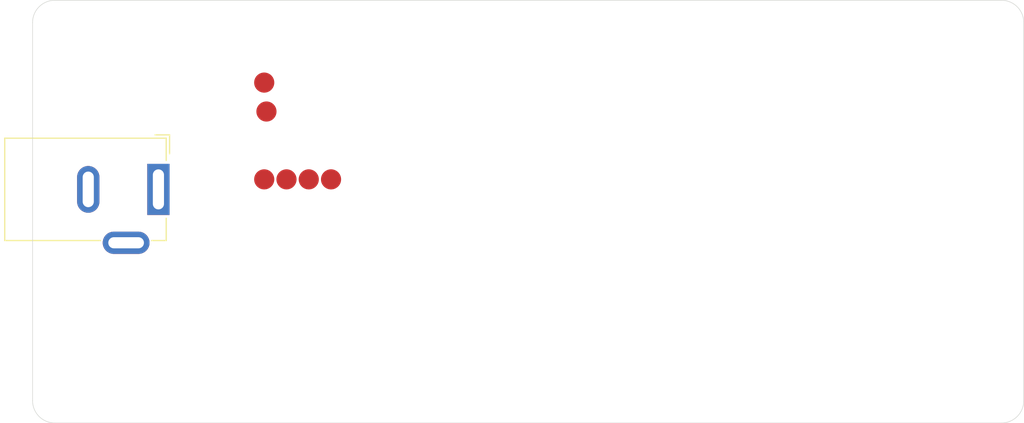
<source format=kicad_pcb>
(kicad_pcb (version 20241229) (generator "pcbnew") (generator_version "9.0")
  (layers (0 "F.Cu" signal) (2 "B.Cu" signal) (13 "F.Paste" user) (15 "B.Paste" user) (5 "F.SilkS" user "F.Silkscreen") (7 "B.SilkS" user "B.Silkscreen") (1 "F.Mask" user) (3 "B.Mask" user) (25 "Edge.Cuts" user))
  (net 0 "")
  (net 1 "VOUT")
  (net 2 "GND")
  (net 3 "VIN")
  (net 4 "EN")
  (footprint "Connector_BarrelJack:BarrelJack_GCT_DCJ200-10-A_Horizontal" (layer "F.Cu") (at 122.1 104.5 -90)
    (property "Reference" "REF**" (hide yes))
    (property "Value" "BarrelJack_GCT_DCJ200-10-A_Horizontal" (hide yes))
    (fp_line (start -4.6 13.8) (end -4.6 -0.7) (stroke (width 0.12)) (layer "F.SilkS"))
    (fp_line (start 4.6 13.8) (end -4.6 13.8) (stroke (width 0.12)) (layer "F.SilkS"))
    (fp_line (start 4.6 5.2) (end 4.6 13.8) (stroke (width 0.12)) (layer "F.SilkS"))
    (fp_line (start -4.6 -0.7) (end -2.6 -0.7) (stroke (width 0.12)) (layer "F.SilkS"))
    (fp_line (start 2.6 -0.7) (end 4.6 -0.7) (stroke (width 0.12)) (layer "F.SilkS"))
    (fp_line (start 4.6 -0.7) (end 4.6 0.6) (stroke (width 0.12)) (layer "F.SilkS"))
    (fp_line (start -4.9 -1) (end -4.9 0.3) (stroke (width 0.12)) (layer "F.SilkS"))
    (fp_line (start -3.2 -1) (end -4.9 -1) (stroke (width 0.12)) (layer "F.SilkS"))
    (pad "1" thru_hole rect (at 0 0 270) (size 4.6 2) (drill oval 3.6 1) (layers "*.Cu" "*.Mask"))
    (pad "2" thru_hole oval (at 0 6.3 270) (size 4.2 2) (drill oval 3.2 1) (layers "*.Cu" "*.Mask"))
    (pad "3" thru_hole oval (at 4.8 2.9 270) (size 2 4.2) (drill oval 1 3.2) (layers "*.Cu" "*.Mask"))
  )
  (gr_circle (center 131.6 94.9) (end 132.5 94.9) (stroke (width 0.01)) (fill yes) (layer "F.Cu") (net 4))
  (gr_circle (center 133.6 103.6) (end 134.5 103.6) (stroke (width 0.01)) (fill yes) (layer "F.Cu") (net 2))
  (gr_circle (center 137.6 103.6) (end 138.5 103.6) (stroke (width 0.01)) (fill yes) (layer "F.Cu") (net 1))
  (gr_circle (center 131.8 97.5) (end 132.7 97.5) (stroke (width 0.01)) (fill yes) (layer "F.Cu") (net 4))
  (gr_circle (center 135.6 103.6) (end 136.5 103.6) (stroke (width 0.01)) (fill yes) (layer "F.Cu") (net 2))
  (gr_circle (center 131.6 103.6) (end 132.5 103.6) (stroke (width 0.01)) (fill yes) (layer "F.Cu") (net 3))
  (gr_line (start 110.8 89.5) (end 110.8 123.5) (stroke (width 0.05)) (layer "Edge.Cuts"))
  (gr_line (start 199.8 89.5) (end 199.8 123.5) (stroke (width 0.05)) (layer "Edge.Cuts"))
  (gr_arc (start 112.8 125.5) (mid 111.385786 124.914214) (end 110.8 123.5) (stroke (width 0.05)) (layer "Edge.Cuts"))
  (gr_arc (start 197.8 87.5) (mid 199.214214 88.085786) (end 199.8 89.5) (stroke (width 0.05)) (layer "Edge.Cuts"))
  (gr_arc (start 110.8 89.5) (mid 111.385786 88.085786) (end 112.8 87.5) (stroke (width 0.05)) (layer "Edge.Cuts"))
  (gr_arc (start 199.8 123.5) (mid 199.214214 124.914214) (end 197.8 125.5) (stroke (width 0.05)) (layer "Edge.Cuts"))
  (gr_line (start 112.8 87.5) (end 197.8 87.5) (stroke (width 0.05)) (layer "Edge.Cuts"))
  (gr_line (start 197.8 125.5) (end 112.8 125.5) (stroke (width 0.05)) (layer "Edge.Cuts"))
)
</source>
